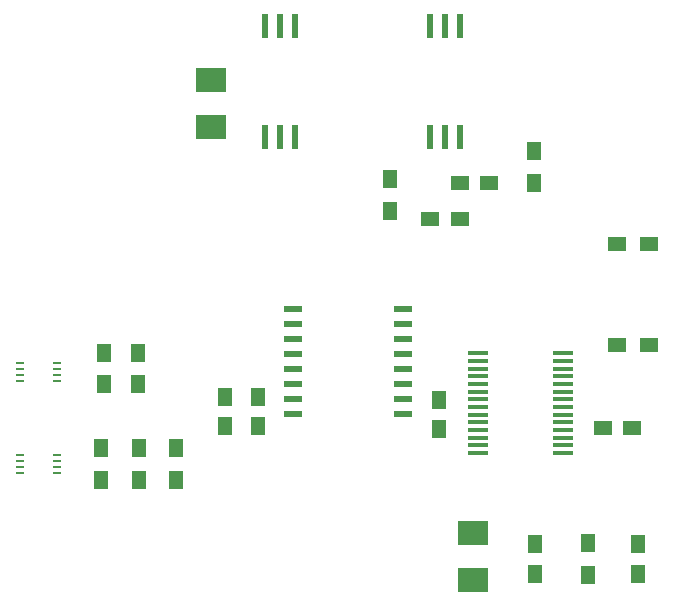
<source format=gbr>
G04 #@! TF.FileFunction,Paste,Top*
%FSLAX46Y46*%
G04 Gerber Fmt 4.6, Leading zero omitted, Abs format (unit mm)*
G04 Created by KiCad (PCBNEW no-vcs-found-product) date Thu Sep 29 09:32:32 2016*
%MOMM*%
%LPD*%
G01*
G04 APERTURE LIST*
%ADD10C,0.100000*%
%ADD11R,0.600000X2.000000*%
%ADD12R,1.500000X0.600000*%
%ADD13R,1.750000X0.450000*%
%ADD14R,1.300000X1.500000*%
%ADD15R,1.500000X1.300000*%
%ADD16R,1.500000X1.250000*%
%ADD17R,2.500000X2.000000*%
%ADD18R,1.250000X1.500000*%
%ADD19R,0.750000X0.250000*%
G04 APERTURE END LIST*
D10*
D11*
X143845000Y-79850000D03*
X145115000Y-79850000D03*
X146385000Y-79850000D03*
X157815000Y-79850000D03*
X159085000Y-79850000D03*
X160355000Y-79850000D03*
X160355000Y-70450000D03*
X159085000Y-70450000D03*
X157815000Y-70450000D03*
X146385000Y-70450000D03*
X145115000Y-70450000D03*
X143845000Y-70450000D03*
D12*
X155550000Y-103295000D03*
X155550000Y-102025000D03*
X155550000Y-100755000D03*
X155550000Y-99485000D03*
X155550000Y-98215000D03*
X155550000Y-96945000D03*
X155550000Y-95675000D03*
X155550000Y-94405000D03*
X146250000Y-94405000D03*
X146250000Y-95675000D03*
X146250000Y-96945000D03*
X146250000Y-98215000D03*
X146250000Y-99485000D03*
X146250000Y-100755000D03*
X146250000Y-102025000D03*
X146250000Y-103295000D03*
D13*
X161900000Y-98125000D03*
X161900000Y-98775000D03*
X161900000Y-99425000D03*
X161900000Y-100075000D03*
X161900000Y-100725000D03*
X161900000Y-101375000D03*
X161900000Y-102025000D03*
X161900000Y-102675000D03*
X161900000Y-103325000D03*
X161900000Y-103975000D03*
X161900000Y-104625000D03*
X161900000Y-105275000D03*
X161900000Y-105925000D03*
X161900000Y-106575000D03*
X169100000Y-106575000D03*
X169100000Y-105925000D03*
X169100000Y-105275000D03*
X169100000Y-104625000D03*
X169100000Y-103975000D03*
X169100000Y-103325000D03*
X169100000Y-102675000D03*
X169100000Y-102025000D03*
X169100000Y-101375000D03*
X169100000Y-100725000D03*
X169100000Y-100075000D03*
X169100000Y-99425000D03*
X169100000Y-98775000D03*
X169100000Y-98125000D03*
D14*
X166600000Y-83700000D03*
X166600000Y-81000000D03*
X154400000Y-86100000D03*
X154400000Y-83400000D03*
D15*
X173650000Y-88850000D03*
X176350000Y-88850000D03*
X173650000Y-97450000D03*
X176350000Y-97450000D03*
D14*
X171200000Y-116900000D03*
X171200000Y-114200000D03*
D16*
X162850000Y-83750000D03*
X160350000Y-83750000D03*
X157850000Y-86750000D03*
X160350000Y-86750000D03*
D17*
X139300000Y-78950000D03*
X139300000Y-74950000D03*
D18*
X140500000Y-104300000D03*
X140500000Y-101800000D03*
X143300000Y-104300000D03*
X143300000Y-101800000D03*
D16*
X172450000Y-104450000D03*
X174950000Y-104450000D03*
D18*
X158550000Y-104550000D03*
X158550000Y-102050000D03*
X175450000Y-114300000D03*
X175450000Y-116800000D03*
X166700000Y-116800000D03*
X166700000Y-114300000D03*
D17*
X161450000Y-117300000D03*
X161450000Y-113300000D03*
D19*
X126250000Y-98960000D03*
X126250000Y-99460000D03*
X126250000Y-99960000D03*
X126250000Y-100460000D03*
X123150000Y-98960000D03*
X123150000Y-99460000D03*
X123150000Y-100460000D03*
X123150000Y-99960000D03*
X126250000Y-106760000D03*
X126250000Y-107260000D03*
X126250000Y-107760000D03*
X126250000Y-108260000D03*
X123150000Y-106760000D03*
X123150000Y-107260000D03*
X123150000Y-108260000D03*
X123150000Y-107760000D03*
D14*
X136300000Y-108860000D03*
X136300000Y-106160000D03*
X133100000Y-100760000D03*
X133100000Y-98060000D03*
X133200000Y-106160000D03*
X133200000Y-108860000D03*
X130200000Y-98060000D03*
X130200000Y-100760000D03*
X130000000Y-106160000D03*
X130000000Y-108860000D03*
M02*

</source>
